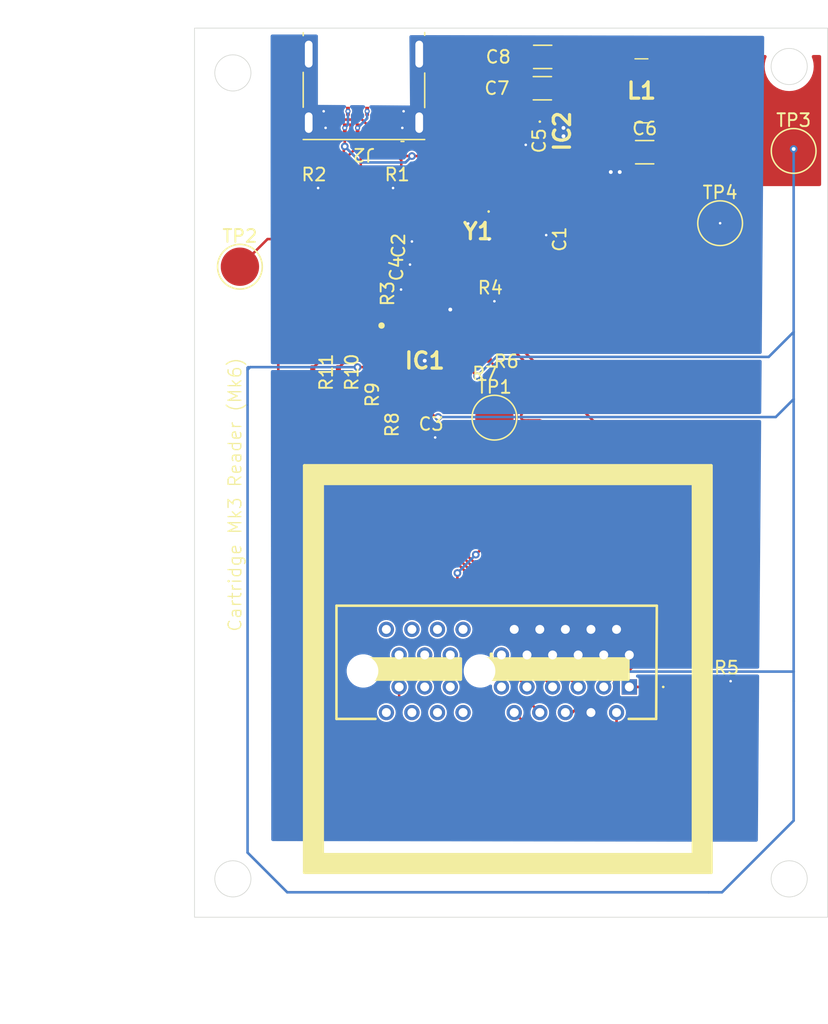
<source format=kicad_pcb>
(kicad_pcb (version 20240108) (generator "pcbnew") (generator_version "8.0")
  (layers (0 "F.Cu" signal) (31 "B.Cu" signal) (34 "B.Paste" user) (35 "F.Paste" user) (36 "B.SilkS" user "B.Silkscreen") (37 "F.SilkS" user "F.Silkscreen") (38 "B.Mask" user) (39 "F.Mask" user) (44 "Edge.Cuts" user))
  (net 0 "")
  (net 1 "GND")
  (net 2 "USB_XTAL_OUT")
  (net 3 "USB_XTAL_IN")
  (net 4 "Net-(IC1-VDD18)")
  (net 5 "Net-(IC1-VDD18PLL)")
  (net 6 "Net-(IC2-VCC)")
  (net 7 "3V3")
  (net 13 "SD_CMD")
  (net 16 "SD_DAT3")
  (net 17 "USB_RBIAS")
  (net 18 "SD_WP")
  (net 19 "SD_DAT0")
  (net 21 "CARD_PRESENT")
  (net 24 "SD_DAT2")
  (net 25 "D-")
  (net 28 "D+")
  (net 30 "SD_CLK")
  (net 31 "SD_DAT1")
  (net 34 "Net-(IC1-RESET_N)")
  (net 37 "Net-(IC2-LX)")
  (net 38 "VCC")
  (net 40 "Net-(J2-CC1)")
  (net 46 "Net-(J2-CC2)")
  (net 51 "SUPPLY")
  (net 67 "Net-(IC1-SD_CMD)")
  (net 68 "Net-(IC1-SD_D3)")
  (net 69 "Net-(IC1-SD_CLK)")
  (net 70 "Net-(IC1-SD_D2)")
  (net 71 "Net-(IC1-SD_D0)")
  (net 72 "Net-(IC1-SD_D1)")
  (footprint "Resistor_SMD:R_0201_0603Metric" (layer "F.Cu") (at 67.15 39.755 90)
    (property "Reference" "R3")
    (property "Value" "12k +/-1%")
  )
  (footprint "Resistor_SMD:R_0201_0603Metric" (layer "F.Cu") (at 74.13 40.35)
    (property "Reference" "R4")
    (property "Value" "1k")
  )
  (footprint "TestPoint:TestPoint_Pad_D3.0mm" (layer "F.Cu") (at 97.85 28.6)
    (property "Reference" "TP3")
    (property "Value" "3V3")
  )
  (footprint "Capacitor_SMD:C_0201_0603Metric" (layer "F.Cu") (at 67.85 37.805 90)
    (property "Reference" "C4")
    (property "Value" "1.0 uF +/- 20%" (hide yes))
  )
  (footprint "Capacitor_SMD:C_1206_3216Metric" (layer "F.Cu") (at 86.2 28.7)
    (property "Reference" "C6")
    (property "Value" "22 uF")
  )
  (footprint "Resistor_SMD:R_0201_0603Metric" (layer "F.Cu") (at 67.5 50 90)
    (property "Reference" "R8")
    (property "Value" "33")
  )
  (footprint "USB2244I-AEZG-06-TR:QFN50P600X600X90-37N-D" (layer "F.Cu") (at 69 45)
    (property "Reference" "IC1")
    (property "Value" "USB2244I-AEZG-06-TR" (hide yes))
  )
  (footprint "74404054470:74404054470" (layer "F.Cu") (at 85.95 23.9 180)
    (property "Reference" "L1")
    (property "Value" "47 muH" (hide yes))
  )
  (footprint "Resistor_SMD:R_0201_0603Metric" (layer "F.Cu") (at 66.845 31.5)
    (property "Reference" "R1")
    (property "Value" "5k1")
  )
  (footprint "Resistor_SMD:R_0201_0603Metric" (layer "F.Cu") (at 92.6 70.05)
    (property "Reference" "R5")
    (property "Value" "1k")
  )
  (footprint "Capacitor_SMD:C_0201_0603Metric" (layer "F.Cu") (at 76.9 27.805 -90)
    (property "Reference" "C5")
    (property "Value" "1 uF")
  )
  (footprint "Capacitor_SMD:C_0201_0603Metric" (layer "F.Cu") (at 69.5 51)
    (property "Reference" "C3")
    (property "Value" "1.0 uF +/- 20%" (hide yes))
  )
  (footprint "Resistor_SMD:R_0201_0603Metric" (layer "F.Cu") (at 60.25 45.9 -90)
    (property "Reference" "R11")
    (property "Value" "33")
  )
  (footprint "1871058-1:18710581" (layer "F.Cu") (at 85 70.5 180)
    (property "Reference" "J1")
    (property "Value" "1871058-1" (hide yes))
  )
  (footprint "830108208209:830108208209" (layer "F.Cu") (at 73.175 34.887 180)
    (property "Reference" "Y1")
    (property "Value" "830108208209" (hide yes))
  )
  (footprint "Capacitor_SMD:C_0201_0603Metric" (layer "F.Cu") (at 68 36 90)
    (property "Reference" "C2")
    (property "Value" "14pF")
  )
  (footprint "TestPoint:TestPoint_Pad_D3.0mm" (layer "F.Cu") (at 92.1 34.25)
    (property "Reference" "TP4")
    (property "Value" "GND")
  )
  (footprint "Connector_USB:USB_C_Receptacle_Molex_105450-0101" (layer "F.Cu") (at 64.25 23.585 180)
    (property "Reference" "J2")
    (property "Value" "USB_C_Receptacle")
  )
  (footprint "Capacitor_SMD:C_1206_3216Metric" (layer "F.Cu") (at 78.225 21.25 180)
    (property "Reference" "C8")
    (property "Value" "4.7 uF")
  )
  (footprint "Capacitor_SMD:C_0201_0603Metric" (layer "F.Cu") (at 78.5 35.5 -90)
    (property "Reference" "C1")
    (property "Value" "14pF")
  )
  (footprint "TestPoint:TestPoint_Pad_D3.0mm" (layer "F.Cu") (at 54.55 37.65)
    (property "Reference" "TP2")
    (property "Value" "VCC")
  )
  (footprint "ADPL16000AATA+T:ADPL16000AATAT" (layer "F.Cu") (at 79.75 27.062 -90)
    (property "Reference" "IC2")
    (property "Value" "ADPL16000AATA+T" (hide yes))
  )
  (footprint "TestPoint:TestPoint_Pad_D3.0mm" (layer "F.Cu") (at 74.45 49.45)
    (property "Reference" "TP1")
    (property "Value" "TestPoint")
  )
  (footprint "Resistor_SMD:R_0201_0603Metric" (layer "F.Cu") (at 75.38 44 180)
    (property "Reference" "R6")
    (property "Value" "33")
  )
  (footprint "Capacitor_SMD:C_1206_3216Metric" (layer "F.Cu") (at 78.2 23.7)
    (property "Reference" "C7")
    (property "Value" "1uF")
  )
  (footprint "Resistor_SMD:R_0201_0603Metric" (layer "F.Cu") (at 63.85 47.655 -90)
    (property "Reference" "R9")
    (property "Value" "33")
  )
  (footprint "Resistor_SMD:R_0201_0603Metric" (layer "F.Cu") (at 62.25 45.9 -90)
    (property "Reference" "R10")
    (property "Value" "33")
  )
  (footprint "Resistor_SMD:R_0201_0603Metric" (layer "F.Cu") (at 60.345 31.5)
    (property "Reference" "R2")
    (property "Value" "5k1")
  )
  (footprint "Resistor_SMD:R_0201_0603Metric" (layer "F.Cu") (at 73.7 44.95 180)
    (property "Reference" "R7")
    (property "Value" "33")
  )
  (gr_line (start 71.800221 69.900002) (end 64.600201 69.900002) (stroke (width 0.249999) (color 33 37 41 1)) (layer "F.SilkS"))
  (gr_poly (pts (xy 84.90022 69.900002) (xy 73.700221 69.900002) (xy 73.700221 68.300001) (xy 84.90022 68.300001)) (stroke (width 0.024999) (color 33 37 41 1)) (fill solid) (layer "F.SilkS"))
  (gr_line (start 84.90022 68.300001) (end 84.90022 69.900002) (stroke (width 0.249999) (color 33 37 41 1)) (layer "F.SilkS"))
  (gr_line (start 71.800221 68.300001) (end 64.600201 68.300001) (stroke (width 0.249999) (color 33 37 41 1)) (layer "F.SilkS"))
  (gr_line (start 73.700221 69.900002) (end 73.700221 68.300001) (stroke (width 0.249999) (color 33 37 41 1)) (layer "F.SilkS"))
  (gr_line (start 61.000001 54.600002) (end 61.000001 83.599999) (stroke (width 0.249999) (color 33 37 41 1)) (layer "F.SilkS"))
  (gr_line (start 59.600001 85) (end 59.600001 53.200002) (stroke (width 0.249999) (color 33 37 41 1)) (layer "F.SilkS"))
  (gr_line (start 91.399998 53.200002) (end 91.399998 85) (stroke (width 0.249999) (color 33 37 41 1)) (layer "F.SilkS"))
  (gr_line (start 61.000001 83.599999) (end 89.999997 83.599999) (stroke (width 0.249999) (color 33 37 41 1)) (layer "F.SilkS"))
  (gr_line (start 89.999997 83.599999) (end 89.999997 54.600002) (stroke (width 0.249999) (color 33 37 41 1)) (layer "F.SilkS"))
  (gr_poly (pts (xy 71.800221 69.900002) (xy 64.600201 69.900002) (xy 64.600201 68.300001) (xy 71.800221 68.300001)) (stroke (width 0.024999) (color 33 37 41 1)) (fill solid) (layer "F.SilkS"))
  (gr_poly (pts (xy 84.90022 69.900002) (xy 73.700221 69.900002) (xy 73.700221 68.300001) (xy 84.90022 68.300001)) (stroke (width -0.000001)) (fill solid) (layer "F.SilkS"))
  (gr_line (start 91.399998 85) (end 59.600001 85) (stroke (width 0.249999) (color 33 37 41 1)) (layer "F.SilkS"))
  (gr_line (start 64.600201 69.900002) (end 64.600201 68.300001) (stroke (width 0.249999) (color 33 37 41 1)) (layer "F.SilkS"))
  (gr_line (start 89.999997 54.600002) (end 61.000001 54.600002) (stroke (width 0.249999) (color 33 37 41 1)) (layer "F.SilkS"))
  (gr_line (start 84.90022 68.300001) (end 73.700221 68.300001) (stroke (width 0.249999) (color 33 37 41 1)) (layer "F.SilkS"))
  (gr_poly (pts (xy 71.800221 69.900002) (xy 64.600201 69.900002) (xy 64.600201 68.300001) (xy 71.800221 68.300001)) (stroke (width -0.000001)) (fill solid) (layer "F.SilkS"))
  (gr_line (start 71.800221 68.300001) (end 71.800221 69.900002) (stroke (width 0.249999) (color 33 37 41 1)) (layer "F.SilkS"))
  (gr_line (start 59.600001 53.200002) (end 91.399998 53.200002) (stroke (width 0.249999) (color 33 37 41 1)) (layer "F.SilkS"))
  (gr_line (start 84.90022 69.900002) (end 73.700221 69.900002) (stroke (width 0.249999) (color 33 37 41 1)) (layer "F.SilkS"))
  (gr_poly (pts (xy 91.399998 85) (xy 59.600001 85) (xy 59.600001 83.599999) (xy 61.000001 83.599999) (xy 89.999997 83.599999) (xy 89.999997 54.600002) (xy 61.000001 54.600002) (xy 61.000001 83.599999) (xy 59.600001 83.599999) (xy 59.600001 53.200002) (xy 91.399998 53.200002)) (stroke (width 0.024999) (color 33 37 41 1)) (fill solid) (layer "F.SilkS"))
  (gr_rect (start 51 19) (end 100.5 88.5) (stroke (width 0.05)) (fill none) (layer "Edge.Cuts"))
  (gr_circle (center 97.5 22) (end 98.5 23) (stroke (width 0.05)) (fill none) (layer "Edge.Cuts"))
  (gr_circle (center 54 85.5) (end 55 86.5) (stroke (width 0.05)) (fill none) (layer "Edge.Cuts"))
  (gr_circle (center 97.5 85.5) (end 98.5 86.5) (stroke (width 0.05)) (fill none) (layer "Edge.Cuts"))
  (gr_circle (center 54 22.5) (end 55 23.5) (stroke (width 0.05)) (fill none) (layer "Edge.Cuts"))
  (gr_text "Cartridge Mk3 Reader (Mk6)" (at 54.75 66.25 90) (layer "F.SilkS") (effects (font (size 1 1) (thickness 0.1)) (justify left bottom)))
  (segment (start 74.32 35.82) (end 74.025 35.525) (width 0.2) (layer "F.Cu") (net 1))
  (segment (start 73.65 35.5) (end 74 35.5) (width 0.2) (layer "F.Cu") (net 1))
  (segment (start 67.35 25.5) (end 67.68 25.5) (width 0.2) (layer "F.Cu") (net 1))
  (segment (start 74.025 35.525) (end 74 35.5) (width 0.2) (layer "F.Cu") (net 1))
  (segment (start 67.25 25.6) (end 67.35 25.5) (width 0.2) (layer "F.Cu") (net 1))
  (segment (start 72.35 34.274) (end 72.4 34.274) (width 0.2) (layer "F.Cu") (net 1))
  (segment (start 61.25 25.6) (end 61.15 25.5) (width 0.2) (layer "F.Cu") (net 1))
  (segment (start 68.6 21) (end 68.57 21.03) (width 0.2) (layer "F.Cu") (net 1))
  (segment (start 61.1 25.5) (end 60.82 25.5) (width 0.2) (layer "F.Cu") (net 1))
  (segment (start 71 42.15) (end 71 41) (width 0.2) (layer "F.Cu") (net 1))
  (segment (start 61.15 25.5) (end 61.1 25.5) (width 0.2) (layer "F.Cu") (net 1))
  (via (at 83.55 30.25) (size 0.6) (drill 0.3) (layers "F.Cu" "B.Cu") (net 1))
  (via (at 72.4 34.274) (size 0.4) (drill 0.2) (layers "F.Cu" "B.Cu") (net 1))
  (via (at 78.5 35.18) (size 0.4) (drill 0.2) (layers "F.Cu" "B.Cu") (net 1))
  (via (at 69.82 51) (size 0.4) (drill 0.2) (layers "F.Cu" "B.Cu") (net 1))
  (via (at 67.85 37.485) (size 0.4) (drill 0.2) (layers "F.Cu" "B.Cu") (net 1))
  (via (at 61.1 25.5) (size 0.4) (drill 0.2) (layers "F.Cu" "B.Cu") (net 1))
  (via (at 92.92 70.05) (size 0.4) (drill 0.2) (layers "F.Cu" "B.Cu") (net 1))
  (via (at 67.25 26.8) (size 0.4) (drill 0.2) (layers "F.Cu" "B.Cu") (net 1))
  (via (at 79.85 27.45) (size 0.6) (drill 0.3) (layers "F.Cu" "B.Cu") (net 1))
  (via (at 92.1 34.25) (size 0.4) (drill 0.2) (layers "F.Cu" "B.Cu") (net 1))
  (via (at 74.025 35.525) (size 0.4) (drill 0.2) (layers "F.Cu" "B.Cu") (net 1))
  (via (at 61.25 26.8) (size 0.4) (drill 0.2) (layers "F.Cu" "B.Cu") (net 1))
  (via (at 66.525 31.5) (size 0.4) (drill 0.2) (layers "F.Cu" "B.Cu") (net 1))
  (via (at 67.35 25.5) (size 0.4) (drill 0.2) (layers "F.Cu" "B.Cu") (net 1))
  (via (at 79.85 26.8) (size 0.6) (drill 0.3) (layers "F.Cu" "B.Cu") (net 1))
  (via (at 60.665 31.5) (size 0.4) (drill 0.2) (layers "F.Cu" "B.Cu") (net 1))
  (via (at 71 41) (size 0.6) (drill 0.3) (layers "F.Cu" "B.Cu") (net 1))
  (via (at 74.45 40.35) (size 0.4) (drill 0.2) (layers "F.Cu" "B.Cu") (net 1))
  (via (at 68 35.68) (size 0.4) (drill 0.2) (layers "F.Cu" "B.Cu") (net 1))
  (via (at 84.25 30.25) (size 0.6) (drill 0.3) (layers "F.Cu" "B.Cu") (net 1))
  (via (at 76.9 28.125) (size 0.4) (drill 0.2) (layers "F.Cu" "B.Cu") (net 1))
  (via (at 67.15 39.435) (size 0.4) (drill 0.2) (layers "F.Cu" "B.Cu") (net 1))
  (via (at 69 45) (size 0.6) (drill 0.3) (layers "F.Cu" "B.Cu") (net 1))
  (segment (start 76.92 35.82) (end 72.74 40) (width 0.2) (layer "F.Cu") (net 2))
  (segment (start 75.374 34.274) (end 76.92 35.82) (width 0.2) (layer "F.Cu") (net 2))
  (segment (start 72.74 40) (end 69.5 40) (width 0.2) (layer "F.Cu") (net 2))
  (segment (start 74 34.274) (end 75.374 34.274) (width 0.2) (layer "F.Cu") (net 2))
  (segment (start 69 42.15) (end 69 40.5) (width 0.2) (layer "F.Cu") (net 2))
  (segment (start 69 40.5) (end 69.5 40) (width 0.2) (layer "F.Cu") (net 2))
  (segment (start 76.92 35.82) (end 78.5 35.82) (width 0.2) (layer "F.Cu") (net 2))
  (segment (start 68.5 36.82) (end 68.5 42.15) (width 0.2) (layer "F.Cu") (net 3))
  (segment (start 68 36.32) (end 68.5 36.82) (width 0.2) (layer "F.Cu") (net 3))
  (segment (start 71.53 36.32) (end 72.35 35.5) (width 0.2) (layer "F.Cu") (net 3))
  (segment (start 68 36.32) (end 71.53 36.32) (width 0.2) (layer "F.Cu") (net 3))
  (segment (start 68.5 50.32) (end 68.5 47.85) (width 0.2) (layer "F.Cu") (net 4))
  (segment (start 69.18 51) (end 68.5 50.32) (width 0.2) (layer "F.Cu") (net 4))
  (segment (start 67.9 41.209314) (end 67.9 39.138972) (width 0.2) (layer "F.Cu") (net 5))
  (segment (start 67.85 39.088972) (end 67.85 38.125) (width 0.2) (layer "F.Cu") (net 5))
  (segment (start 68 41.309314) (end 68 42.15) (width 0.2) (layer "F.Cu") (net 5))
  (segment (start 67.9 39.138972) (end 67.85 39.088972) (width 0.2) (layer "F.Cu") (net 5))
  (segment (start 68 41.309314) (end 67.9 41.209314) (width 0.2) (layer "F.Cu") (net 5))
  (segment (start 65.25 40.4) (end 67 42.15) (width 0.2) (layer "F.Cu") (net 7))
  (segment (start 69.825 49.4) (end 70.05 49.4) (width 0.2) (layer "F.Cu") (net 7))
  (segment (start 81.35 33.5) (end 85.25 33.5) (width 0.2) (layer "F.Cu") (net 7))
  (segment (start 85.25 33.5) (end 87.5 31.25) (width 0.2) (layer "F.Cu") (net 7))
  (segment (start 79.175 31.325) (end 81.35 33.5) (width 0.2) (layer "F.Cu") (net 7))
  (segment (start 69.625 31.325) (end 65.25 35.7) (width 0.2) (layer "F.Cu") (net 7))
  (segment (start 66.15 45.5) (end 63.75 45.5) (width 0.2) (layer "F.Cu") (net 7))
  (segment (start 65.25 35.7) (end 65.25 40.4) (width 0.2) (layer "F.Cu") (net 7))
  (segment (start 87.5 31.25) (end 87.55 31.25) (width 0.2) (layer "F.Cu") (net 7))
  (segment (start 79 31.15) (end 79.175 31.325) (width 0.2) (layer "F.Cu") (net 7))
  (segment (start 72.4 45.5) (end 73.1 46.2) (width 0.2) (layer "F.Cu") (net 7))
  (segment (start 69 47.85) (end 69 48.575) (width 0.2) (layer "F.Cu") (net 7))
  (segment (start 97.825 28.425) (end 97.85 28.45) (width 0.2) (layer "F.Cu") (net 7))
  (segment (start 69 48.575) (end 69.825 49.4) (width 0.2) (layer "F.Cu") (net 7))
  (segment (start 71.85 45.5) (end 72.4 45.5) (width 0.2) (layer "F.Cu") (net 7))
  (segment (start 79.175 31.325) (end 69.625 31.325) (width 0.2) (layer "F.Cu") (net 7))
  (via (at 73.1 46.2) (size 0.6) (drill 0.3) (layers "F.Cu" "B.Cu") (net 7))
  (via (at 97.85 28.45) (size 0.6) (drill 0.3) (layers "F.Cu" "B.Cu") (net 7))
  (via (at 63.75 45.5) (size 0.6) (drill 0.3) (layers "F.Cu" "B.Cu") (net 7))
  (via (at 70.05 49.4) (size 0.6) (drill 0.3) (layers "F.Cu" "B.Cu") (net 7))
  (segment (start 58.25 86.55) (end 55.15 83.45) (width 0.2) (layer "B.Cu") (net 7))
  (segment (start 63.75 45.5) (end 55.35 45.5) (width 0.2) (layer "B.Cu") (net 7))
  (segment (start 97.85 48) (end 97.85 69.3) (width 0.2) (layer "B.Cu") (net 7))
  (segment (start 96.45 49.4) (end 97.85 48) (width 0.2) (layer "B.Cu") (net 7))
  (segment (start 92.25 86.55) (end 91.2 86.55) (width 0.2) (layer "B.Cu") (net 7))
  (segment (start 97.85 71.6) (end 97.85 80.95) (width 0.2) (layer "B.Cu") (net 7))
  (segment (start 83 70.5) (end 84.2 69.3) (width 0.2) (layer "B.Cu") (net 7))
  (segment (start 55.15 45.55) (end 55.2 45.5) (width 0.2) (layer "B.Cu") (net 7))
  (segment (start 55.15 83.45) (end 55.15 45.7) (width 0.2) (layer "B.Cu") (net 7))
  (segment (start 91.2 86.55) (end 58.25 86.55) (width 0.2) (layer "B.Cu") (net 7))
  (segment (start 55.35 45.5) (end 55.15 45.7) (width 0.2) (layer "B.Cu") (net 7))
  (segment (start 70.05 49.4) (end 96.45 49.4) (width 0.2) (layer "B.Cu") (net 7))
  (segment (start 97.85 42.75) (end 97.85 48) (width 0.2) (layer "B.Cu") (net 7))
  (segment (start 73.1 46.2) (end 74.6 44.7) (width 0.2) (layer "B.Cu") (net 7))
  (segment (start 74.6 44.7) (end 95.9 44.7) (width 0.2) (layer "B.Cu") (net 7))
  (segment (start 84.2 69.3) (end 97.85 69.3) (width 0.2) (layer "B.Cu") (net 7))
  (segment (start 97.85 80.95) (end 92.25 86.55) (width 0.2) (layer "B.Cu") (net 7))
  (segment (start 97.85 69.3) (end 97.85 71.6) (width 0.2) (layer "B.Cu") (net 7))
  (segment (start 55.15 45.7) (end 55.15 45.55) (width 0.2) (layer "B.Cu") (net 7))
  (segment (start 95.9 44.7) (end 97.85 42.75) (width 0.2) (layer "B.Cu") (net 7))
  (segment (start 97.85 28.45) (end 97.85 42.75) (width 0.2) (layer "B.Cu") (net 7))
  (segment (start 68.384 51.872108) (end 67.696 51.872108) (width 0.2) (layer "F.Cu") (net 13))
  (segment (start 67.5 50.32) (end 67.5 51.186108) (width 0.2) (layer "F.Cu") (net 13))
  (segment (start 68.44861 56.477196) (end 68.512248 56.413555) (width 0.2) (layer "F.Cu") (net 13))
  (segment (start 66.42 54.028108) (end 66.42 54.126108) (width 0.2) (layer "F.Cu") (net 13))
  (segment (start 67.5 53.832108) (end 66.616 53.832108) (width 0.2) (layer "F.Cu") (net 13))
  (segment (start 81.173 65.973) (end 81.173 66.923) (width 0.2) (layer "F.Cu") (net 13))
  (segment (start 67.5 55.008108) (end 67.5 55.106108) (width 0.2) (layer "F.Cu") (net 13))
  (segment (start 66.616 53.342108) (end 67.5 53.342108) (width 0.2) (layer "F.Cu") (net 13))
  (segment (start 67.696 54.322108) (end 68.384 54.322108) (width 0.2) (layer "F.Cu") (net 13))
  (segment (start 76.805003 65.173) (end 80.373 65.173) (width 0.2) (layer "F.Cu") (net 13))
  (segment (start 67.5 54.322108) (end 67.696 54.322108) (width 0.2) (layer "F.Cu") (net 13))
  (segment (start 68.384 52.852108) (end 67.5 52.852108) (width 0.2) (layer "F.Cu") (net 13))
  (segment (start 68.58 53.538108) (end 68.58 53.636108) (width 0.2) (layer "F.Cu") (net 13))
  (segment (start 68.58 54.518108) (end 68.58 54.616108) (width 0.2) (layer "F.Cu") (net 13))
  (segment (start 67.5 51.872108) (end 66.616 51.872108) (width 0.2) (layer "F.Cu") (net 13))
  (segment (start 68.957726 57.325723) (end 69.101919 57.469916) (width 0.2) (layer "F.Cu") (net 13))
  (segment (start 67.696 51.872108) (end 67.5 51.872108) (width 0.2) (layer "F.Cu") (net 13))
  (segment (start 66.42 52.068108) (end 66.42 52.166108) (width 0.2) (layer "F.Cu") (net 13))
  (segment (start 67.5 52.852108) (end 66.616 52.852108) (width 0.2) (layer "F.Cu") (net 13))
  (segment (start 69.101919 57.469916) (end 76.805003 65.173) (width 0.2) (layer "F.Cu") (net 13))
  (segment (start 68.936512 56.83782) (end 68.872871 56.901458) (width 0.2) (layer "F.Cu") (net 13))
  (segment (start 81.173 66.923) (end 81.827 67.577) (width 0.2) (layer "F.Cu") (net 13))
  (segment (start 80.373 65.173) (end 81.173 65.973) (width 0.2) (layer "F.Cu") (net 13))
  (segment (start 67.5 53.342108) (end 68.384 53.342108) (width 0.2) (layer "F.Cu") (net 13))
  (segment (start 68.384 53.832108) (end 67.5 53.832108) (width 0.2) (layer "F.Cu") (net 13))
  (segment (start 68.58 52.558108) (end 68.58 52.656108) (width 0.2) (layer "F.Cu") (net 13))
  (segment (start 68.872872 57.24087) (end 68.957726 57.325723) (width 0.2) (layer "F.Cu") (net 13))
  (segment (start 66.616 52.362108) (end 67.5 52.362108) (width 0.2) (layer "F.Cu") (net 13))
  (segment (start 67.696 51.382108) (end 68.384 51.382108) (width 0.2) (layer "F.Cu") (net 13))
  (segment (start 80.55 72.5) (end 80 72.5) (width 0.2) (layer "F.Cu") (net 13))
  (segment (start 81.827 67.577) (end 81.827 71.223) (width 0.2) (layer "F.Cu") (net 13))
  (segment (start 67.5 52.362108) (end 68.384 52.362108) (width 0.2) (layer "F.Cu") (net 13))
  (segment (start 81.827 71.223) (end 80.55 72.5) (width 0.2) (layer "F.Cu") (net 13))
  (segment (start 67.5 55.106108) (end 67.5 55.762939) (width 0.2) (layer "F.Cu") (net 13))
  (segment (start 67.5 55.762939) (end 67.5 55.867997) (width 0.2) (layer "F.Cu") (net 13))
  (segment (start 68.58 51.578108) (end 68.58 51.676108) (width 0.2) (layer "F.Cu") (net 13))
  (segment (start 67.5 55.867997) (end 68.109198 56.477195) (width 0.2) (layer "F.Cu") (net 13))
  (segment (start 68.384 54.812108) (end 67.696 54.812108) (width 0.2) (layer "F.Cu") (net 13))
  (segment (start 68.85166 56.413556) (end 68.936512 56.498408) (width 0.2) (layer "F.Cu") (net 13))
  (segment (start 66.616 54.322108) (end 67.5 54.322108) (width 0.2) (layer "F.Cu") (net 13))
  (segment (start 66.42 53.048108) (end 66.42 53.146108) (width 0.2) (layer "F.Cu") (net 13))
  (arc (start 68.384 53.342108) (mid 68.522593 53.399515) (end 68.58 53.538108) (width 0.2) (layer "F.Cu") (net 13))
  (arc (start 68.512248 56.413555) (mid 68.681954 56.343262) (end 68.85166 56.413556) (width 0.2) (layer "F.Cu") (net 13))
  (arc (start 68.109198 56.477195) (mid 68.278904 56.547489) (end 68.44861 56.477196) (width 0.2) (layer "F.Cu") (net 13))
  (arc (start 66.616 53.832108) (mid 66.477407 53.889515) (end 66.42 54.028108) (width 0.2) (layer "F.Cu") (net 13))
  (arc (start 66.616 52.852108) (mid 66.477407 52.909515) (end 66.42 53.048108) (width 0.2) (layer "F.Cu") (net 13))
  (arc (start 68.384 52.362108) (mid 68.522593 52.419515) (end 68.58 52.558108) (width 0.2) (layer "F.Cu") (net 13))
  (arc (start 68.58 52.656108) (mid 68.522593 52.794701) (end 68.384 52.852108) (width 0.2) (layer "F.Cu") (net 13))
  (arc (start 66.42 54.126108) (mid 66.477407 54.264701) (end 66.616 54.322108) (width 0.2) (layer "F.Cu") (net 13))
  (arc (start 68.936512 56.498408) (mid 69.006806 56.668113) (end 68.936512 56.83782) (width 0.2) (layer "F.Cu") (net 13))
  (arc (start 68.58 51.676108) (mid 68.522593 51.814701) (end 68.384 51.872108) (width 0.2) (layer "F.Cu") (net 13))
  (arc (start 68.384 54.322108) (mid 68.522593 54.379515) (end 68.58 54.518108) (width 0.2) (layer "F.Cu") (net 13))
  (arc (start 67.696 54.812108) (mid 67.557407 54.869515) (end 67.5 55.008108) (width 0.2) (layer "F.Cu") (net 13))
  (arc (start 67.5 51.186108) (mid 67.557407 51.324701) (end 67.696 51.382108) (width 0.2) (layer "F.Cu") (net 13))
  (arc (start 66.616 51.872108) (mid 66.477407 51.929515) (end 66.42 52.068108) (width 0.2) (layer "F.Cu") (net 13))
  (arc (start 68.872871 56.901458) (mid 68.802578 57.071164) (end 68.872872 57.24087) (width 0.2) (layer "F.Cu") (net 13))
  (arc (start 68.384 51.382108) (mid 68.522593 51.439515) (end 68.58 51.578108) (width 0.2) (layer "F.Cu") (net 13))
  (arc (start 68.58 53.636108) (mid 68.522593 53.774701) (end 68.384 53.832108) (width 0.2) (layer "F.Cu") (net 13))
  (arc (start 66.42 53.146108) (mid 66.477407 53.284701) (end 66.616 53.342108) (width 0.2) (layer "F.Cu") (net 13))
  (arc (start 66.42 52.166108) (mid 66.477407 52.304701) (end 66.616 52.362108) (width 0.2) (layer "F.Cu") (net 13))
  (arc (start 68.58 54.616108) (mid 68.522593 54.754701) (end 68.384 54.812108) (width 0.2) (layer "F.Cu") (net 13))
  (segment (start 76.940451 64.846) (end 82.015555 64.846) (width 0.2) (layer "F.Cu") (net 16))
  (segment (start 74.02 44.95) (end 76.177 47.107) (width 0.2) (layer "F.Cu") (net 16))
  (segment (start 82.8 72.130445) (end 82.827 72.157445) (width 0.2) (layer "F.Cu") (net 16))
  (segment (start 82.015555 64.846) (end 83.1 65.930445) (width 0.2) (layer "F.Cu") (net 16))
  (segment (start 76.177 47.107) (end 76.177 55.073) (width 0.2) (layer "F.Cu") (net 16))
  (segment (start 82.827 72.873) (end 82.35 73.35) (width 0.2) (layer "F.Cu") (net 16))
  (segment (start 83.827 67.627) (end 83.827 70.842555) (width 0.2) (layer "F.Cu") (net 16))
  (segment (start 76.177 55.073) (end 72.3 58.95) (width 0.2) (layer "F.Cu") (net 16))
  (segment (start 76.85 73.35) (end 76 72.5) (width 0.2) (layer "F.Cu") (net 16))
  (segment (start 72.3 60.205549) (end 76.940451 64.846) (width 0.2) (layer "F.Cu") (net 16))
  (segment (start 83.827 70.842555) (end 83.342555 71.327) (width 0.2) (layer "F.Cu") (net 16))
  (segment (start 83.1 66.9) (end 83.827 67.627) (width 0.2) (layer "F.Cu") (net 16))
  (segment (start 82.35 73.35) (end 76.85 73.35) (width 0.2) (layer "F.Cu") (net 16))
  (segment (start 83.342555 71.327) (end 83.323 71.327) (width 0.2) (layer "F.Cu") (net 16))
  (segment (start 82.8 71.85) (end 82.8 72.130445) (width 0.2) (layer "F.Cu") (net 16))
  (segment (start 83.323 71.327) (end 82.8 71.85) (width 0.2) (layer "F.Cu") (net 16))
  (segment (start 72.3 58.95) (end 72.3 60.205549) (width 0.2) (layer "F.Cu") (net 16))
  (segment (start 82.827 72.157445) (end 82.827 72.873) (width 0.2) (layer "F.Cu") (net 16))
  (segment (start 83.1 65.930445) (end 83.1 66.9) (width 0.2) (layer "F.Cu") (net 16))
  (segment (start 67.5 41.375) (end 67.15 41.025) (width 0.2) (layer "F.Cu") (net 17))
  (segment (start 67.5 42.15) (end 67.5 41.375) (width 0.2) (layer "F.Cu") (net 17))
  (segment (start 67.15 41.025) (end 67.15 40.075) (width 0.2) (layer "F.Cu") (net 17))
  (segment (start 70 41) (end 70 42.15) (width 0.2) (layer "F.Cu") (net 18))
  (segment (start 70.6 40.4) (end 70 41) (width 0.2) (layer "F.Cu") (net 18))
  (segment (start 73.76 40.4) (end 70.6 40.4) (width 0.2) (layer "F.Cu") (net 18))
  (segment (start 73.81 40.35) (end 73.76 40.4) (width 0.2) (layer "F.Cu") (net 18))
  (segment (start 62.25 50.896148) (end 62.058 50.896148) (width 0.2) (layer "F.Cu") (net 19))
  (segment (start 62.57019 50.576243) (end 62.57019 50.736053) (width 0.2) (layer "F.Cu") (net 19))
  (segment (start 62.25 52.112448) (end 62.308119 52.170567) (width 0.2) (layer "F.Cu") (net 19))
  (segment (start 61.323347 48.208148) (end 61.323347 48.304148) (width 0.2) (layer "F.Cu") (net 19))
  (segment (start 75.730445 66.9) (end 77.069555 66.9) (width 0.2) (layer "F.Cu") (net 19))
  (segment (start 63.17665 48.688148) (end 63.17665 48.784148) (width 0.2) (layer "F.Cu") (net 19))
  (segment (start 61.32335 49.168148) (end 61.32335 49.264148) (width 0.2) (layer "F.Cu") (net 19))
  (segment (start 61.515351 50.416148) (end 62.25 50.416148) (width 0.2) (layer "F.Cu") (net 19))
  (segment (start 61.515347 51.376148) (end 62.058 51.376148) (width 0.2) (layer "F.Cu") (net 19))
  (segment (start 62.308119 52.170567) (end 66.114552 55.977) (width 0.2) (layer "F.Cu") (net 19))
  (segment (start 62.25 48.976148) (end 61.51535 48.976148) (width 0.2) (layer "F.Cu") (net 19))
  (segment (start 62.442 47.536148) (end 62.984653 47.536148) (width 0.2) (layer "F.Cu") (net 19))
  (segment (start 62.058 50.896148) (end 61.515347 50.896148) (width 0.2) (layer "F.Cu") (net 19))
  (segment (start 62.442 48.016148) (end 62.25 48.016148) (width 0.2) (layer "F.Cu") (net 19))
  (segment (start 61.515347 48.496148) (end 62.25 48.496148) (width 0.2) (layer "F.Cu") (net 19))
  (segment (start 62.410095 50.896148) (end 62.25 50.896148) (width 0.2) (layer "F.Cu") (net 19))
  (segment (start 75.173 66.342555) (end 75.730445 66.9) (width 0.2) (layer "F.Cu") (net 19))
  (segment (start 61.323347 51.088148) (end 61.323347 51.184148) (width 0.2) (layer "F.Cu") (net 19))
  (segment (start 75.173 65.657445) (end 75.173 66.342555) (width 0.2) (layer "F.Cu") (net 19))
  (segment (start 62.984653 48.016148) (end 62.442 48.016148) (width 0.2) (layer "F.Cu") (net 19))
  (segment (start 75.078554 65.562999) (end 75.173 65.657445) (width 0.2) (layer "F.Cu") (net 19))
  (segment (start 62.570226 49.616261) (end 62.570226 49.776035) (width 0.2) (layer "F.Cu") (net 19))
  (segment (start 62.410113 49.936148) (end 62.25 49.936148) (width 0.2) (layer "F.Cu") (net 19))
  (segment (start 66.114552 55.977) (end 66.684107 55.977) (width 0.2) (layer "F.Cu") (net 19))
  (segment (start 62.25 48.496148) (end 62.98465 48.496148) (width 0.2) (layer "F.Cu") (net 19))
  (segment (start 78.15 69.65) (end 79 70.5) (width 0.2) (layer "F.Cu") (net 19))
  (segment (start 62.98465 48.976148) (end 62.25 48.976148) (width 0.2) (layer "F.Cu") (net 19))
  (segment (start 62.25 50.416148) (end 62.410095 50.416148) (width 0.2) (layer "F.Cu") (net 19))
  (segment (start 77.069555 66.9) (end 78.15 67.980445) (width 0.2) (layer "F.Cu") (net 19))
  (segment (start 62.25 49.936148) (end 61.515351 49.936148) (width 0.2) (layer "F.Cu") (net 19))
  (segment (start 63.176653 47.728148) (end 63.176653 47.824148) (width 0.2) (layer "F.Cu") (net 19))
  (segment (start 62.25 51.568148) (end 62.25 51.664148) (width 0.2) (layer "F.Cu") (net 19))
  (segment (start 62.25 48.016148) (end 61.515347 48.016148) (width 0.2) (layer "F.Cu") (net 19))
  (segment (start 62.25 46.22) (end 62.25 47.344148) (width 0.2) (layer "F.Cu") (net 19))
  (segment (start 78.15 67.980445) (end 78.15 69.65) (width 0.2) (layer "F.Cu") (net 19))
  (segment (start 62.25 51.664148) (end 62.25 52.112448) (width 0.2) (layer "F.Cu") (net 19))
  (segment (start 62.25 49.456148) (end 62.410113 49.456148) (width 0.2) (layer "F.Cu") (net 19))
  (segment (start 61.51535 49.456148) (end 62.25 49.456148) (width 0.2) (layer "F.Cu") (net 19))
  (segment (start 61.323351 50.128148) (end 61.323351 50.224148) (width 0.2) (layer "F.Cu") (net 19))
  (segment (start 75.078554 64.371447) (end 75.078554 65.562999) (width 0.2) (layer "F.Cu") (net 19))
  (segment (start 66.684107 55.977) (end 75.078554 64.371447) (width 0.2) (layer "F.Cu") (net 19))
  (arc (start 61.515347 48.016148) (mid 61.379582 48.072383) (end 61.323347 48.208148) (width 0.2) (layer "F.Cu") (net 19))
  (arc (start 61.32335 49.264148) (mid 61.379585 49.399913) (end 61.51535 49.456148) (width 0.2) (layer "F.Cu") (net 19))
  (arc (start 61.323351 50.224148) (mid 61.379586 50.359913) (end 61.515351 50.416148) (width 0.2) (layer "F.Cu") (net 19))
  (arc (start 61.51535 48.976148) (mid 61.379585 49.032383) (end 61.32335 49.168148) (width 0.2) (layer "F.Cu") (net 19))
  (arc (start 62.98465 48.496148) (mid 63.120415 48.552383) (end 63.17665 48.688148) (width 0.2) (layer "F.Cu") (net 19))
  (arc (start 62.410113 49.456148) (mid 62.52333 49.503044) (end 62.570226 49.616261) (width 0.2) (layer "F.Cu") (net 19))
  (arc (start 62.984653 47.536148) (mid 63.120418 47.592383) (end 63.176653 47.728148) (width 0.2) (layer "F.Cu") (net 19))
  (arc (start 61.323347 51.184148) (mid 61.379582 51.319913) (end 61.515347 51.376148) (width 0.2) (layer "F.Cu") (net 19))
  (arc (start 62.57019 50.736053) (mid 62.523299 50.849257) (end 62.410095 50.896148) (width 0.2) (layer "F.Cu") (net 19))
  (arc (start 63.176653 47.824148) (mid 63.120418 47.959913) (end 62.984653 48.016148) (width 0.2) (layer "F.Cu") (net 19))
  (arc (start 62.058 51.376148) (mid 62.193765 51.432383) (end 62.25 51.568148) (width 0.2) (layer "F.Cu") (net 19))
  (arc (start 61.323347 48.304148) (mid 61.379582 48.439913) (end 61.515347 48.496148) (width 0.2) (layer "F.Cu") (net 19))
  (arc (start 62.410095 50.416148) (mid 62.523299 50.463039) (end 62.57019 50.576243) (width 0.2) (layer "F.Cu") (net 19))
  (arc (start 62.570226 49.776035) (mid 62.52333 49.889252) (end 62.410113 49.936148) (width 0.2) (layer "F.Cu") (net 19))
  (arc (start 61.515351 49.936148) (mid 61.379586 49.992383) (end 61.323351 50.128148) (width 0.2) (layer "F.Cu") (net 19))
  (arc (start 63.17665 48.784148) (mid 63.120415 48.919913) (end 62.98465 48.976148) (width 0.2) (layer "F.Cu") (net 19))
  (arc (start 61.515347 50.896148) (mid 61.379582 50.952383) (end 61.323347 51.088148) (width 0.2) (layer "F.Cu") (net 19))
  (arc (start 62.25 47.344148) (mid 62.306235 47.479913) (end 62.442 47.536148) (width 0.2) (layer "F.Cu") (net 19))
  (segment (start 85.827 53.34374) (end 85.827 68.373) (width 0.2) (layer "F.Cu") (net 21))
  (segment (start 83.154 73.008448) (end 82.462448 73.7) (width 0.2) (layer "F.Cu") (net 21))
  (segment (start 82.462448 73.7) (end 68.030445 73.7) (width 0.2) (layer "F.Cu") (net 21))
  (segment (start 84.154 71.176445) (end 83.154 72.176445) (width 0.2) (layer "F.Cu") (net 21))
  (segment (start 68.030445 73.7) (end 67 72.669555) (width 0.2) (layer "F.Cu") (net 21))
  (segment (start 71.85 43.5) (end 75.98326 43.5) (width 0.2) (layer "F.Cu") (net 21))
  (segment (start 67 72.669555) (end 67 70.5) (width 0.2) (layer "F.Cu") (net 21))
  (segment (start 84.154 69.692) (end 84.154 71.176445) (width 0.2) (layer "F.Cu") (net 21))
  (segment (start 84.546 69.3) (end 84.154 69.692) (width 0.2) (layer "F.Cu") (net 21))
  (segment (start 83.154 72.176445) (end 83.154 73.008448) (width 0.2) (layer "F.Cu") (net 21))
  (segment (start 75.98326 43.5) (end 85.827 53.34374) (width 0.2) (layer "F.Cu") (net 21))
  (segment (start 85.827 68.373) (end 84.9 69.3) (width 0.2) (layer "F.Cu") (net 21))
  (segment (start 84.9 69.3) (end 84.546 69.3) (width 0.2) (layer "F.Cu") (net 21))
  (segment (start 77.967959 46.662835) (end 77.34 46.662835) (width 0.2) (layer "F.Cu") (net 24))
  (segment (start 76.542035 48.102835) (end 76.542035 48.222835) (width 0.2) (layer "F.Cu") (net 24))
  (segment (start 76.782035 49.662835) (end 77.1 49.662835) (width 0.2) (layer "F.Cu") (net 24))
  (segment (start 77.967948 55.062835) (end 77.34 55.062835) (width 0.2) (layer "F.Cu") (net 24))
  (segment (start 77.1 53.862835) (end 76.782047 53.862835) (width 0.2) (layer "F.Cu") (net 24))
  (segment (start 76.542035 46.902835) (end 76.542035 47.022835) (width 0.2) (layer "F.Cu") (net 24))
  (segment (start 76.782035 48.462835) (end 77.1 48.462835) (width 0.2) (layer "F.Cu") (net 24))
  (segment (start 77.1 50.862835) (end 77.967959 50.862835) (width 0.2) (layer "F.Cu") (net 24))
  (segment (start 78.207959 46.302835) (end 78.207959 46.422835) (width 0.2) (layer "F.Cu") (net 24))
  (segment (start 77.34 46.062835) (end 77.967959 46.062835) (width 0.2) (layer "F.Cu") (net 24))
  (segment (start 77.1 53.262835) (end 77.967959 53.262835) (width 0.2) (layer "F.Cu") (net 24))
  (segment (start 76.542047 51.702835) (end 76.542047 51.822835) (width 0.2) (layer "F.Cu") (net 24))
  (segment (start 77.1 47.862835) (end 76.782035 47.862835) (width 0.2) (layer "F.Cu") (net 24))
  (segment (start 75.7 44) (end 75.75 44) (width 0.2) (layer "F.Cu") (net 24))
  (segment (start 78.207959 48.702835) (end 78.207959 48.822835) (width 0.2) (layer "F.Cu") (net 24))
  (segment (start 78.207959 52.302835) (end 78.207959 52.422835) (width 0.2) (layer "F.Cu") (net 24))
  (segment (start 77.1 56.05) (end 72.994871 60.155129) (width 0.2) (layer "F.Cu") (net 24))
  (segment (start 76.782035 47.262835) (end 77.1 47.262835) (width 0.2) (layer "F.Cu") (net 24))
  (segment (start 77.967959 50.262835) (end 77.1 50.262835) (width 0.2) (layer "F.Cu") (net 24))
  (segment (start 76.173 69.673) (end 77 70.5) (width 0.2) (layer "F.Cu") (net 24))
  (segment (start 77.1 45.35) (end 77.1 45.822835) (width 0.2) (layer "F.Cu") (net 24))
  (segment (start 77.1 48.462835) (end 77.967959 48.462835) (width 0.2) (layer "F.Cu") (net 24))
  (segment (start 77.1 51.462835) (end 76.782047 51.462835) (width 0.2) (layer "F.Cu") (net 24))
  (segment (start 77.1 52.062835) (end 77.967959 52.062835) (width 0.2) (layer "F.Cu") (net 24))
  (segment (start 76.782035 50.862835) (end 77.1 50.862835) (width 0.2) (layer "F.Cu") (net 24))
  (segment (start 78.207948 54.702835) (end 78.207948 54.822835) (width 0.2) (layer "F.Cu") (net 24))
  (segment (start 76.542047 54.102835) (end 76.542047 54.222835) (width 0.2) (layer "F.Cu") (net 24))
  (segment (start 77.1 46.662835) (end 76.782035 46.662835) (width 0.2) (layer "F.Cu") (net 24))
  (segment (start 77.967959 47.862835) (end 77.1 47.862835) (width 0.2) (layer "F.Cu") (net 24))
  (segment (start 76.173 68.003445) (end 76.173 69.673) (width 0.2) (layer "F.Cu") (net 24))
  (segment (start 77.1 52.662835) (end 76.782047 52.662835) (width 0.2) (layer "F.Cu") (net 24))
  (segment (start 77.967959 53.862835) (end 77.1 53.862835) (width 0.2) (layer "F.Cu") (net 24))
  (segment (start 78.207959 47.502835) (end 78.207959 47.622835) (width 0.2) (layer "F.Cu") (net 24))
  (segment (start 76.782047 54.462835) (end 77.1 54.462835) (width 0.2) (layer "F.Cu") (net 24))
  (segment (start 77.1 50.262835) (end 76.782035 50.262835) (width 0.2) (layer "F.Cu") (net 24))
  (segment (start 77.1 49.662835) (end 77.967959 49.662835) (width 0.2) (layer "F.Cu") (net 24))
  (segment (start 77.967959 52.662835) (end 77.1 52.662835) (width 0.2) (layer "F.Cu") (net 24))
  (segment (start 76.542035 49.302835) (end 76.542035 49.422835) (width 0.2) (layer "F.Cu") (net 24))
  (segment (start 77.1 49.062835) (end 76.782035 49.062835) (width 0.2) (layer "F.Cu") (net 24))
  (segment (start 77.967959 49.062835) (end 77.1 49.062835) (width 0.2) (layer "F.Cu") (net 24))
  (segment (start 77.1 54.462835) (end 77.34 54.462835) (width 0.2) (layer "F.Cu") (net 24))
  (segment (start 71.555908 61.594092) (end 71.555908 63.386353) (width 0.2) (layer "F.Cu") (net 24))
  (segment (start 77.1 47.262835) (end 77.967959 47.262835) (width 0.2) (layer "F.Cu") (net 24))
  (segment (start 76.782047 52.062835) (end 77.1 52.062835) (width 0.2) (layer "F.Cu") (net 24))
  (segment (start 76.782047 53.262835) (end 77.1 53.262835) (width 0.2) (layer "F.Cu") (net 24))
  (segment (start 76.542047 52.902835) (end 76.542047 53.022835) (width 0.2) (layer "F.Cu") (net 24))
  (segment (start 78.207959 49.902835) (end 78.207959 50.022835) (width 0.2) (layer "F.Cu") (net 24))
  (segment (start 78.207959 53.502835) (end 78.207959 53.622835) (width 0.2) (layer "F.Cu") (net 24))
  (segment (start 77.34 46.662835) (end 77.1 46.662835) (width 0.2) (layer "F.Cu") (net 24))
  (segment (start 77.1 56) (end 77.1 56.05) (width 0.2) (layer "F.Cu") (net 24))
  (segment (start 77.1 55.422835) (end 77.1 56) (width 0.2) (layer "F.Cu") (net 24))
  (segment (start 78.207959 51.102835) (end 78.207959 51.222835) (width 0.2) (layer "F.Cu") (net 24))
  (segment (start 77.34 54.462835) (end 77.967948 54.462835) (width 0.2) (layer "F.Cu") (net 24))
  (segment (start 75.75 44) (end 77.1 45.35) (width 0.2) (layer "F.Cu") (net 24))
  (segment (start 76.542035 50.502835) (end 76.542035 50.622835) (width 0.2) (layer "F.Cu") (net 24))
  (segment (start 71.555908 63.386353) (end 76.173 68.003445) (width 0.2) (layer "F.Cu") (net 24))
  (segment (start 77.967959 51.462835) (end 77.1 51.462835) (width 0.2) (layer "F.Cu") (net 24))
  (segment (start 77.1 55.302835) (end 77.1 55.422835) (width 0.2) (layer "F.Cu") (net 24))
  (via (at 72.994871 60.155129) (size 0.6) (drill 0.3) (layers "F.Cu" "B.Cu") (net 24))
  (via (at 71.555908 61.594092) (size 0.6) (drill 0.3) (layers "F.Cu" "B.Cu") (net 24))
  (arc (start 77.967959 49.662835) (mid 78.137665 49.733129) (end 78.207959 49.902835) (width 0.2) (layer "F.Cu") (net 24))
  (arc (start 77.967959 52.062835) (mid 78.137665 52.133129) (end 78.207959 52.302835) (width 0.2) (layer "F.Cu") (net 24))
  (arc (start 78.207959 48.822835) (mid 78.137665 48.992541) (end 77.967959 49.062835) (width 0.2) (layer "F.Cu") (net 24))
  (arc (start 76.782035 49.062835) (mid 76.612329 49.133129) (end 76.542035 49.302835) (width 0.2) (layer "F.Cu") (net 24))
  (arc (start 78.207959 46.422835) (mid 78.137665 46.592541) (end 77.967959 46.662835) (width 0.2) (layer "F.Cu") (net 24))
  (arc (start 78.207959 50.022835) (mid 78.137665 50.192541) (end 77.967959 50.262835) (width 0.2) (layer "F.Cu") (net 24))
  (arc (start 77.1 45.822835) (mid 77.170294 45.992541) (end 77.34 46.062835) (width 0.2) (layer "F.Cu") (net 24))
  (arc (start 76.542047 51.822835) (mid 76.612341 51.992541) (end 76.782047 52.062835) (width 0.2) (layer "F.Cu") (net 24))
  (arc (start 77.967959 47.262835) (mid 78.137665 47.333129) (end 78.207959 47.502835) (width 0.2) (layer "F.Cu") (net 24))
  (arc (start 78.207959 51.222835) (mid 78.137665 51.392541) (end 77.967959 51.462835) (width 0.2) (layer "F.Cu") (net 24))
  (arc (start 77.967959 46.062835) (mid 78.137665 46.133129) (end 78.207959 46.302835) (width 0.2) (layer "F.Cu") (net 24))
  (arc (start 76.542035 48.222835) (mid 76.612329 48.392541) (end 76.782035 48.462835) (width 0.2) (layer "F.Cu") (net 24))
  (arc (start 77.34 55.062835) (mid 77.170294 55.133129) (end 77.1 55.302835) (width 0.2) (layer "F.Cu") (net 24))
  (arc (start 78.207959 47.622835) (mid 78.137665 47.792541) (end 77.967959 47.862835) (width 0.2) (layer "F.Cu") (net 24))
  (arc (start 76.782035 46.662835) (mid 76.612329 46.733129) (end 76.542035 46.902835) (width 0.2) (layer "F.Cu") (net 24))
  (arc (start 77.967948 54.462835) (mid 78.137654 54.533129) (end 78.207948 54.702835) (width 0.2) (layer "F.Cu") (net 24))
  (arc (start 76.542035 47.022835) (mid 76.612329 47.192541) (end 76.782035 47.262835) (width 0.2) (layer "F.Cu") (net 24))
  (arc (start 76.782035 50.262835) (mid 76.612329 50.333129) (end 76.542035 50.502835) (width 0.2) (layer "F.Cu") (net 24))
  (arc (start 76.782035 47.862835) (mid 76.612329 47.933129) (end 76.542035 48.102835) (width 0.2) (layer "F.Cu") (net 24))
  (arc (start 76.542047 54.222835) (mid 76.612341 54.392541) (end 76.782047 54.462835) (width 0.2) (layer "F.Cu") (net 24))
  (arc (start 78.207948 54.822835) (mid 78.137654 54.992541) (end 77.967948 55.062835) (width 0.2) (layer "F.Cu") (net 24))
  (arc (start 76.782047 52.662835) (mid 76.612341 52.733129) (end 76.542047 52.902835) (width 0.2) (layer "F.Cu") (net 24))
  (arc (start 78.207959 52.422835) (mid 78.137665 52.592541) (end 77.967959 52.662835) (width 0.2) (layer "F.Cu") (net 24))
  (arc (start 78.207959 53.622835) (mid 78.137665 53.792541) (end 77.967959 53.862835) (width 0.2) (layer "F.Cu") (net 24))
  (arc (start 76.542035 50.622835) (mid 76.612329 50.792541) (end 76.782035 50.862835) (width 0.2) (layer "F.Cu") (net 24))
  (arc (start 76.782047 51.462835) (mid 76.612341 51.533129) (end 76.542047 51.702835) (width 0.2) (layer "F.Cu") (net 24))
  (arc (start 77.967959 50.862835) (mid 78.137665 50.933129) (end 78.207959 51.102835) (width 0.2) (layer "F.Cu") (net 24))
  (arc (start 76.542035 49.422835) (mid 76.612329 49.592541) (end 76.782035 49.662835) (width 0.2) (layer "F.Cu") (net 24))
  (arc (start 77.967959 53.262835) (mid 78.137665 53.333129) (end 78.207959 53.502835) (width 0.2) (layer "F.Cu") (net 24))
  (arc (start 76.542047 53.022835) (mid 76.612341 53.192541) (end 76.782047 53.262835) (width 0.2) (layer "F.Cu") (net 24))
  (arc (start 77.967959 48.462835) (mid 78.137665 48.533129) (end 78.207959 48.702835) (width 0.2) (layer "F.Cu") (net 24))
  (arc (start 76.782047 53.862835) (mid 76.612341 53.933129) (end 76.542047 54.102835) (width 0.2) (layer "F.Cu") (net 24))
  (segment (start 72.994871 60.155129) (end 71.555908 61.594092) (width 0.2) (layer "B.Cu") (net 24))
  (segment (start 61 32.5) (end 61 44) (width 0.2) (layer "F.Cu") (net 25))
  (segment (start 63 30.5) (end 61 32.5) (width 0.2) (layer "F.Cu") (net 25))
  (segment (start 63.75 26.8) (end 63.75 28.25) (width 0.2) (layer "F.Cu") (net 25))
  (segment (start 63 29) (end 63 30.5) (width 0.2) (layer "F.Cu") (net 25))
  (segment (start 61 44) (end 66.15 44) (width 0.2) (layer "F.Cu") (net 25))
  (segment (start 63.75 28.25) (end 63 29) (width 0.2) (layer "F.Cu") (net 25))
  (via (at 63.75 26.8) (size 0.4) (drill 0.2) (layers "F.Cu" "B.Cu") (net 25))
  (via (at 64.5 25.5) (size 0.4) (drill 0.2) (layers "F.Cu" "B.Cu") (net 25))
  (segment (start 64.5 25.5) (end 64.5 26.05) (width 0.2) (layer "B.Cu") (net 25))
  (segment (start 64.5 26.05) (end 63.75 26.8) (width 0.2) (layer "B.Cu") (net 25))
  (segment (start 64 26.05) (end 64.75 26.8) (width 0.2) (layer "F.Cu") (net 28))
  (segment (start 62 43.25) (end 62 32.5) (width 0.2) (layer "F.Cu") (net 28))
  (segment (start 64.75 26.8) (end 64.75 28.25) (width 0.2) (layer "F.Cu") (net 28))
  (segment (start 62 43.25) (end 62.25 43.5) (width 0.2) (layer "F.Cu") (net 28))
  (segment (start 62 32.5) (end 64 30.5) (width 0.2) (layer "F.Cu") (net 28))
  (segment (start 62.25 43.5) (end 66.15 43.5) (width 0.2) (layer "F.Cu") (net 28))
  (segment (start 64 25.5) (end 64 26.05) (width 0.2) (layer "F.Cu") (net 28))
  (segment (start 64.75 28.25) (end 64 29) (width 0.2) (layer "F.Cu") (net 28))
  (segment (start 64 29) (end 64 30.5) (width 0.2) (layer "F.Cu") (net 28))
  (segment (start 62.97 50.449923) (end 62.97 50.529923) (width 0.2) (layer "F.Cu") (net 30))
  (segment (start 63.13 50.689923) (end 63.85 50.689923) (width 0.2) (layer "F.Cu") (net 30))
  (segment (start 63.85 51.089923) (end 63.13 51.089923) (width 0.2) (layer "F.Cu") (net 30))
  (segment (start 63.69 51.889923) (end 63.13 51.889923) (width 0.2) (layer "F.Cu") (net 30))
  (segment (start 64.01 49.489923) (end 63.85 49.489923) (width 0.2) (layer "F.Cu") (net 30))
  (segment (start 66.25 55.65) (end 66.819555 55.65) (width 0.2) (layer "F.Cu") (net 30))
  (segment (start 65.179926 54.579926) (end 65.362797 54.762797) (width 0.2) (layer "F.Cu") (net 30))
  (segment (start 65.362797 54.762797) (end 66.25 55.65) (width 0.2) (layer "F.Cu") (net 30))
  (segment (start 64.57 51.089923) (end 63.85 51.089923) (width 0.2) (layer "F.Cu") (net 30))
  (segment (start 63.85 53.25) (end 64.331398 53.731398) (width 0.2) (layer "F.Cu") (net 30))
  (segment (start 77.980445 67.15) (end 79.319555 67.15) (width 0.2) (layer "F.Cu") (net 30))
  (segment (start 64.57 49.489923) (end 64.01 49.489923) (width 0.2) (layer "F.Cu") (net 30))
  (segment (start 64.57 50.289923) (end 63.85 50.289923) (width 0.2) (layer "F.Cu") (net 30))
  (segment (start 64.73 49.249923) (end 64.73 49.329923) (width 0.2) (layer "F.Cu") (net 30))
  (segment (start 63.85 47.975) (end 63.85 48.929923) (width 0.2) (layer "F.Cu") (net 30))
  (segment (start 64.01 49.089923) (end 64.57 49.089923) (width 0.2) (layer "F.Cu") (net 30))
  (segment (start 65.095072 54.495073) (end 65.179926 54.579926) (width 0.2) (layer "F.Cu") (net 30))
  (segment (start 63.85 51.889923) (end 63.69 51.889923) (width 0.2) (layer "F.Cu") (net 30))
  (segment (start 62.97 52.049923) (end 62.97 52.129923) (width 0.2) (layer "F.Cu") (net 30))
  (segment (start 77.173 66.342555) (end 77.980445 67.15) (width 0.2) (layer "F.Cu") (net 30))
  (segment (start 63.85 49.889923) (end 64.57 49.889923) (width 0.2) (layer "F.Cu") (net 30))
  (segment (start 64.73 50.049923) (end 64.73 50.129923) (width 0.2) (layer "F.Cu") (net 30))
  (segment (start 79.319555 67.15) (end 80.173 68.003445) (width 0.2) (layer "F.Cu") (net 30))
  (segment (start 63.85 52.529923) (end 63.85 53.029733) (width 0.2) (layer "F.Cu") (net 30))
  (segment (start 64.57 51.889923) (end 63.85 51.889923) (width 0.2) (layer "F.Cu") (net 30))
  (segment (start 63.13 52.289923) (end 63.69 52.289923) (width 0.2) (layer "F.Cu") (net 30))
  (segment (start 62.97 49.649923) (end 62.97 49.729923) (width 0.2) (layer "F.Cu") (net 30))
  (segment (start 63.85 52.449923) (end 63.85 52.529923) (width 0.2) (layer "F.Cu") (net 30))
  (segment (start 77.173 66.003445) (end 77.173 66.342555) (width 0.2) (layer "F.Cu") (net 30))
  (segment (start 63.13 51.489923) (end 63.85 51.489923) (width 0.2) (layer "F.Cu") (net 30))
  (segment (start 64.73 51.649923) (end 64.73 51.729923) (width 0.2) (layer "F.Cu") (net 30))
  (segment (start 63.13 49.889923) (end 63.85 49.889923) (width 0.2) (layer "F.Cu") (net 30))
  (segment (start 65.420342 53.830393) (end 65.095071 54.155661) (width 0.2) (layer "F.Cu") (net 30))
  (segment (start 63.85 50.289923) (end 63.13 50.289923) (width 0.2) (layer "F.Cu") (net 30))
  (segment (start 64.67081 53.731399) (end 64.996078 53.406128) (width 0.2) (layer "F.Cu") (net 30))
  (segment (start 65.33549 53.406129) (end 65.420342 53.490981) (width 0.2) (layer "F.Cu") (net 30))
  (segment (start 63.85 51.489923) (end 64.57 51.489923) (width 0.2) (layer "F.Cu") (net 30))
  (segment (start 63.85 50.689923) (end 64.57 50.689923) (width 0.2) (layer "F.Cu") (net 30))
  (segment (start 80.173 68.003445) (end 80.173 69.673) (width 0.2) (layer "F.Cu") (net 30))
  (segment (start 62.97 51.249923) (end 62.97 51.329923) (width 0.2) (layer "F.Cu") (net 30))
  (segment (start 64.73 50.849923) (end 64.73 50.929923) (width 0.2) (layer "F.Cu") (net 30))
  (segment (start 80.173 69.673) (end 81 70.5) (width 0.2) (layer "F.Cu") (net 30))
  (segment (start 63.85 53.029733) (end 63.85 53.25) (width 0.2) (layer "F.Cu") (net 30))
  (segment (start 66.819555 55.65) (end 77.173 66.003445) (width 0.2) (layer "F.Cu") (net 30))
  (segment (start 63.85 49.489923) (end 63.13 49.489923) (width 0.2) (layer "F.Cu") (net 30))
  (arc (start 63.13 50.289923) (mid 63.016863 50.336786) (end 62.97 50.449923) (width 0.2) (layer "F.Cu") (net 30))
  (arc (start 64.57 49.089923) (mid 64.683137 49.136786) (end 64.73 49.249923) (width 0.2) (layer "F.Cu") (net 30))
  (arc (start 64.57 51.489923) (mid 64.683137 51.536786) (end 64.73 51.649923) (width 0.2) (layer "F.Cu") (net 30))
  (arc (start 64.73 50.929923) (mid 64.683137 51.04306) (end 64.57 51.089923) (width 0.2) (layer "F.Cu") (net 30))
  (arc (start 64.331398 53.731398) (mid 64.501104 53.801692) (end 64.67081 53.731399) (width 0.2) (layer "F.Cu") (net 30))
  (arc (start 64.57 50.689923) (mid 64.683137 50.736786) (end 64.73 50.849923) (width 0.2) (layer "F.Cu") (net 30))
  (arc (start 63.13 49.489923) (mid 63.016863 49.536786) (end 62.97 49.649923) (width 0.2) (layer "F.Cu") (net 30))
  (arc (start 63.85 48.929923) (mid 63.896863 49.04306) (end 64.01 49.089923) (width 0.2) (layer "F.Cu") (net 30))
  (arc (start 64.73 50.129923) (mid 64.683137 50.24306) (end 64.57 50.289923) (width 0.2) (layer "F.Cu") (net 30))
  (arc (start 62.97 49.729923) (mid 63.016863 49.84306) (end 63.13 49.889923) (width 0.2) (layer "F.Cu") (net 30))
  (arc (start 63.13 51.889923) (mid 63.016863 51.936786) (end 62.97 52.049923) (width 0.2) (layer "F.Cu") (net 30))
  (arc (start 62.97 50.529923) (mid 63.016863 50.64306) (end 63.13 50.689923) (width 0.2) (layer "F.Cu") (net 30))
  (arc (start 62.97 52.129923) (mid 63.016863 52.24306) (end 63.13 52.289923) (width 0.2) (layer "F.Cu") (net 30))
  (arc (start 63.69 52.289923) (mid 63.803137 52.336786) (end 63.85 52.449923) (width 0.2) (layer "F.Cu") (net 30))
  (arc (start 65.420342 53.490981) (mid 65.490636 53.660686) (end 65.420342 53.830393) (width 0.2) (layer "F.Cu") (net 30))
  (arc (start 64.73 49.329923) (mid 64.683137 49.44306) (end 64.57 49.489923) (width 0.2) (layer "F.Cu") (net 30))
  (arc (start 64.57 49.889923) (mid 64.683137 49.936786) (end 64.73 50.049923) (width 0.2) (layer "F.Cu") (net 30))
  (arc (start 62.97 51.329923) (mid 63.016863 51.44306) (end 63.13 51.489923) (width 0.2) (layer "F.Cu") (net 30))
  (arc (start 65.095071 54.155661) (mid 65.024778 54.325367) (end 65.095072 54.495073) (width 0.2) (layer "F.Cu") (net 30))
  (arc (start 64.73 51.729923) (mid 64.683137 51.84306) (end 64.57 51.889923) (width 0.2) (layer "F.Cu") (net 30))
  (arc (start 64.996078 53.406128) (mid 65.165784 53.335835) (end 65.33549 53.406129) (width 0.2) (layer "F.Cu") (net 30))
  (arc (start 63.13 51.089923) (mid 63.016863 51.136786) (end 62.97 51.249923) (width 0.2) (layer "F.Cu") (net 30))
  (segment (start 60.438 48.407686) (end 60.715159 48.407686) (width 0.2) (layer "F.Cu") (net 31))
  (segment (start 77.173 71.673) (end 78 72.5) (width 0.2) (layer "F.Cu") (net 31))
  (segment (start 60.438 47.937686) (end 60.25 47.937686) (width 0.2) (layer "F.Cu") (net 31))
  (segment (start 73.616324 71.673) (end 77.173 71.673) (width 0.2) (layer "F.Cu") (net 31))
  (segment (start 60.438 47.467686) (end 60.715159 47.467686) (width 0.2) (layer "F.Cu") (net 31))
  (segment (start 59.596812 48.125686) (end 59.596812 48.219686) (width 0.2) (layer "F.Cu") (net 31))
  (segment (start 59.784812 48.407686) (end 60.25 48.407686) (width 0.2) (layer "F.Cu") (net 31))
  (segment (start 67.442555 69.673) (end 71.616324 69.673) (width 0.2) (layer "F.Cu") (net 31))
  (segment (start 60.25 49.159686) (end 60.25 49.9) (width 0.2) (layer "F.Cu") (net 31))
  (segment (start 60.903159 47.655686) (end 60.903159 47.749686) (width 0.2) (layer "F.Cu") (net 31))
  (segment (start 60.715159 47.937686) (end 60.438 47.937686) (width 0.2) (layer "F.Cu") (net 31))
  (segment (start 60.25 62.480445) (end 67.442555 69.673) (width 0.2) (layer "F.Cu") (net 31))
  (segment (start 60.903159 48.595686) (end 60.903159 48.689686) (width 0.2) (layer "F.Cu") (net 31))
  (segment (start 71.616324 69.673) (end 73.616324 71.673) (width 0.2) (layer "F.Cu") (net 31))
  (segment (start 60.25 49.065686) (end 60.25 49.159686) (width 0.2) (layer "F.Cu") (net 31))
  (segment (start 60.25 49.9) (end 60.25 62.480445) (width 0.2) (layer "F.Cu") (net 31))
  (segment (start 60.25 46.22) (end 60.25 47.279686) (width 0.2) (layer "F.Cu") (net 31))
  (segment (start 60.25 47.937686) (end 59.784812 47.937686) (width 0.2) (layer "F.Cu") (net 31))
  (segment (start 60.25 48.407686) (end 60.438 48.407686) (width 0.2) (layer "F.Cu") (net 31))
  (segment (start 60.715159 48.877686) (end 60.438 48.877686) (width 0.2) (layer "F.Cu") (net 31))
  (arc (start 59.784812 47.937686) (mid 59.651876 47.99275) (end 59.596812 48.125686) (width 0.2) (layer "F.Cu") (net 31))
  (arc (start 60.715159 47.467686) (mid 60.848095 47.52275) (end 60.903159 47.655686) (width 0.2) (layer "F.Cu") (net 31))
  (arc (start 60.25 47.279686) (mid 60.305064 47.412622) (end 60.438 47.467686) (width 0.2) (layer "F.Cu") (net 31))
  (arc (start 60.438 48.877686) (mid 60.305064 48.93275) (end 60.25 49.065686) (width 0.2) (layer "F.Cu") (net 31))
  (arc (start 60.715159 48.407686) (mid 60.848095 48.46275) (end 60.903159 48.595686) (width 0.2) (layer "F.Cu") (net 31))
  (arc (start 59.596812 48.219686) (mid 59.651876 48.352622) (end 59.784812 48.407686) (width 0.2) (layer "F.Cu") (net 31))
  (arc (start 60.903159 47.749686) (mid 60.848095 47.882622) (end 60.715159 47.937686) (width 0.2) (layer "F.Cu") (net 31))
  (arc (start 60.903159 48.689686) (mid 60.848095 48.822622) (end 60.715159 48.877686) (width 0.2) (layer "F.Cu") (net 31))
  (segment (start 72.85 47.85) (end 74.45 49.45) (width 0.2) (layer "F.Cu") (net 34))
  (segment (start 71 47.85) (end 72.85 47.85) (width 0.2) (layer "F.Cu") (net 34))
  (segment (start 68 29) (end 73.9 29) (width 0.2) (layer "F.Cu") (net 38))
  (segment (start 57.55 35.487552) (end 56.712448 35.487552) (width 0.2) (layer "F.Cu") (net 38))
  (segment (start 65.5 26.05) (end 65.75 26.3) (width 0.2) (layer "F.Cu") (net 38))
  (segment (start 62.75 28.25) (end 62.673 28.327) (width 0.2) (layer "F.Cu") (net 38))
  (segment (start 65.5 25.5) (end 65.5 26.05) (width 0.2) (layer "F.Cu") (net 38))
  (segment (start 67.5 29) (end 68 29) (width 0.2) (layer "F.Cu") (net 38))
  (segment (start 84 75.85) (end 84 72.5) (width 0.2) (layer "F.Cu") (net 38))
  (segment (start 57.55 35.487552) (end 57.55 44.7) (width 0.2) (layer "F.Cu") (net 38))
  (segment (start 65.75 27.25) (end 67.5 29) (width 0.2) (layer "F.Cu") (net 38))
  (segment (start 65.75 26.8) (end 65.75 26.75) (width 0.2) (layer "F.Cu") (net 38))
  (segment (start 81.5 78.35) (end 84 75.85) (width 0.2) (layer "F.Cu") (net 38))
  (segment (start 61.95 78.35) (end 81.5 78.35) (width 0.2) (layer "F.Cu") (net 38))
  (segment (start 62.673 30.364552) (end 57.55 35.487552) (width 0.2) (layer "F.Cu") (net 38))
  (segment (start 62.75 26.8) (end 62.75 26.75) (width 0.2) (layer "F.Cu") (net 38))
  (segment (start 62.75 26.8) (end 62.75 28.25) (width 0.2) (layer "F.Cu") (net 38))
  (segment (start 62.75 26.75) (end 62.75 26.8) (width 0.2) (layer "F.Cu") (net 38))
  (segment (start 73.9 29) (end 76 26.9) (width 0.2) (layer "F.Cu") (net 38))
  (segment (start 62.673 28.327) (end 62.673 30.364552) (width 0.2) (layer "F.Cu") (net 38))
  (segment (start 57.55 73.95) (end 61.95 78.35) (width 0.2) (layer "F.Cu") (net 38))
  (segment (start 65.75 26.75) (end 65.75 27.25) (width 0.2) (layer "F.Cu") (net 38))
  (segment (start 65.75 26.3) (end 65.75 26.8) (width 0.2) (layer "F.Cu") (net 38))
  (segment (start 57.55 44.7) (end 57.55 73.95) (width 0.2) (layer "F.Cu") (net 38))
  (segment (start 56.712448 35.487552) (end 54.55 37.65) (width 0.2) (layer "F.Cu") (net 38))
  (via (at 68 29) (size 0.6) (drill 0.3) (layers "F.Cu" "B.Cu") (net 38))
  (via (at 62.75 28.25) (size 0.6) (drill 0.3) (layers "F.Cu" "B.Cu") (net 38))
  (via (at 62.75 26.8) (size 0.4) (drill 0.2) (layers "F.Cu" "B.Cu") (net 38))
  (via (at 63 25.5) (size 0.4) (drill 0.2) (layers "F.Cu" "B.Cu") (net 38))
  (segment (start 63 25.5) (end 63 26.55) (width 0.2) (layer "B.Cu") (net 38))
  (segment (start 64 29.5) (end 67.5 29.5) (width 0.2) (layer "B.Cu") (net 38))
  (segment (start 63 26.55) (end 62.75 26.8) (width 0.2) (layer "B.Cu") (net 38))
  (segment (start 62.75 28.25) (end 64 29.5) (width 0.2) (layer "B.Cu") (net 38))
  (segment (start 67.5 29.5) (end 68 29) (width 0.2) (layer "B.Cu") (net 38))
  (segment (start 67.165 31.5) (end 67.165 29.315) (width 0.2) (layer "F.Cu") (net 40))
  (segment (start 67.165 29.315) (end 65.25 27.4) (width 0.2) (layer "F.Cu") (net 40))
  (segment (start 65.25 27.4) (end 65.25 26.8) (width 0.2) (layer "F.Cu") (net 40))
  (segment (start 60.025 28.975) (end 60.75 28.25) (width 0.2) (layer "F.Cu") (net 46))
  (segment (start 60.75 28.25) (end 60.75 26.346) (width 0.2) (layer "F.Cu") (net 46))
  (segment (start 60.946 26.15) (end 63.304 26.15) (width 0.2) (layer "F.Cu") (net 46))
  (segment (start 63.5 25.954) (end 63.5 25.5) (width 0.2) (layer "F.Cu") (net 46))
  (segment (start 60.025 31.5) (end 60.025 28.975) (width 0.2) (layer "F.Cu") (net 46))
  (segment (start 60.75 26.346) (end 60.946 26.15) (width 0.2) (layer "F.Cu") (net 46))
  (segment (start 63.304 26.15) (end 63.5 25.954) (width 0.2) (layer "F.Cu") (net 46))
  (segment (start 84.727207 70.5) (end 85 70.5) (width 0.2) (layer "F.Cu") (net 51))
  (segment (start 91.83 70.5) (end 92.28 70.05) (width 0.2) (layer "F.Cu") (net 51))
  (segment (start 85 70.5) (end 91.83 70.5) (width 0.2) (layer "F.Cu") (net 51))
  (segment (start 67.5 47.85) (end 67.5 49.68) (width 0.2) (layer "F.Cu") (net 67))
  (segment (start 73.33 45) (end 73.38 44.95) (width 0.2) (layer "F.Cu") (net 68))
  (segment (start 71.85 45) (end 73.33 45) (width 0.2) (layer "F.Cu") (net 68))
  (segment (start 64.185 47) (end 63.85 47.335) (width 0.2) (layer "F.Cu") (net 69))
  (segment (start 66.15 47) (end 64.185 47) (width 0.2) (layer "F.Cu") (net 69))
  (segment (start 71.85 44) (end 75.06 44) (width 0.2) (layer "F.Cu") (net 70))
  (segment (start 66.15 45) (end 66.123 44.973) (width 0.2) (layer "F.Cu") (net 71))
  (segment (start 62.857 44.973) (end 62.25 45.58) (width 0.2) (layer "F.Cu") (net 71))
  (segment (start 66.123 44.973) (end 62.857 44.973) (width 0.2) (layer "F.Cu") (net 71))
  (segment (start 61.33 44.5) (end 60.25 45.58) (width 0.2) (layer "F.Cu") (net 72))
  (segment (start 66.15 44.5) (end 61.33 44.5) (width 0.2) (layer "F.Cu") (net 72))
  (zone (net 7) (net_name "3V3") (layer "F.Cu") (priority 5) (connect_pads yes (clearance 0.127)) (min_thickness 0.25) (fill yes (thermal_gap 0.5) (thermal_bridge_width 0.5))
    (polygon (pts (xy 86.8 21.15) (xy 86.85 31.35) (xy 100.15 31.35) (xy 100.15 21.1) (xy 86.8 21.1)))
  )
  (zone (net 1) (net_name "GND") (layer "F.Cu") (priority 1) (connect_pads yes (clearance 0.127)) (min_thickness 0.25) (fill yes (thermal_gap 0.5) (thermal_bridge_width 0.5))
    (polygon (pts (xy 78.95 20.15) (xy 78.95 25.25) (xy 79.4 25.25) (xy 79.4 28.4) (xy 80.2 28.4) (xy 80.2 27) (xy 81.25 27) (xy 81.25 31.3) (xy 85.4 31.3) (xy 85.4 27.65) (xy 82.15 27.65) (xy 82.15 26.6) (xy 80.1 26.6) (xy 80.1 25.25) (xy 80.55 25.25) (xy 80.55 20.15)))
  )
  (zone (net 7) (net_name "3V3") (layer "F.Cu") (priority 6) (connect_pads yes (clearance 0.127)) (min_thickness 0.25) (fill yes (thermal_gap 0.5) (thermal_bridge_width 0.5))
    (polygon (pts (xy 79.25 27.65) (xy 78.4 27.65) (xy 78.4 31.3) (xy 79.25 31.3)))
  )
  (zone (net 6) (net_name "Net-(IC2-VCC)") (layer "F.Cu") (priority 4) (connect_pads yes (clearance 0.127)) (min_thickness 0.25) (fill yes (thermal_gap 0.5) (thermal_bridge_width 0.5))
    (polygon (pts (xy 79.25 27.5) (xy 77.6 27.5) (xy 77.6 27.75) (xy 76.65 27.75) (xy 76.65 27.15) (xy 79.25 27.15)))
  )
  (zone (net 37) (net_name "Net-(IC2-LX)") (layer "F.Cu") (priority 2) (connect_pads yes (clearance 0.127)) (min_thickness 0.25) (fill yes (thermal_gap 0.5) (thermal_bridge_width 0.5))
    (polygon (pts (xy 80.25 26.5) (xy 85 26.5) (xy 85 21.15) (xy 80.7 21.15) (xy 80.7 25.5) (xy 80.25 25.5)))
  )
  (zone (net 38) (net_name "VCC") (layer "F.Cu") (priority 3) (connect_pads yes (clearance 0.127)) (min_thickness 0.25) (fill yes (thermal_gap 0.5) (thermal_bridge_width 0.5))
    (polygon (pts (xy 79.3 27) (xy 79.3 25.95) (xy 77.5 25.95) (xy 77.5 20.05) (xy 75.85 20.05) (xy 75.85 27)))
  )
  (zone (net 1) (net_name "GND") (layer "B.Cu") (connect_pads (clearance 0.127)) (min_thickness 0.25) (fill yes (thermal_gap 0.5) (thermal_bridge_width 0.5))
    (polygon (pts (xy 57 82.55) (xy 95.05 82.6) (xy 95.55 19.6) (xy 69.4 19.55) (xy 67.8 19.55) (xy 67.85 25.05) (xy 60.65 25) (xy 60.65 19.5) (xy 58.75 19.5) (xy 56.95 19.5) (xy 56.95 29.3)))
  )
)
</source>
